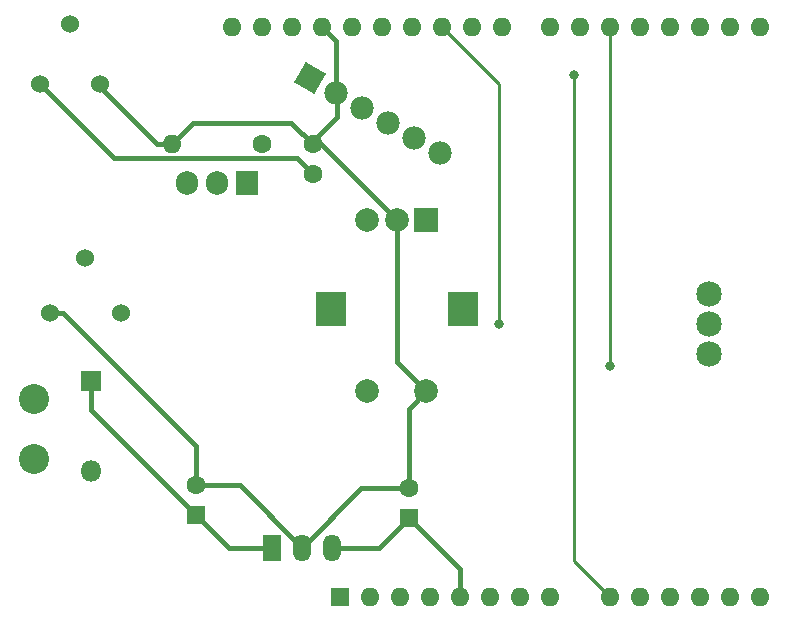
<source format=gbr>
%TF.GenerationSoftware,KiCad,Pcbnew,6.0.1-79c1e3a40b~116~ubuntu20.04.1*%
%TF.CreationDate,2022-01-30T02:47:44-05:00*%
%TF.ProjectId,Protogasm-Board-V2,50726f74-6f67-4617-936d-2d426f617264,rev?*%
%TF.SameCoordinates,PX68290a0PY76b1be0*%
%TF.FileFunction,Copper,L2,Bot*%
%TF.FilePolarity,Positive*%
%FSLAX46Y46*%
G04 Gerber Fmt 4.6, Leading zero omitted, Abs format (unit mm)*
G04 Created by KiCad (PCBNEW 6.0.1-79c1e3a40b~116~ubuntu20.04.1) date 2022-01-30 02:47:44*
%MOMM*%
%LPD*%
G01*
G04 APERTURE LIST*
G04 Aperture macros list*
%AMRotRect*
0 Rectangle, with rotation*
0 The origin of the aperture is its center*
0 $1 length*
0 $2 width*
0 $3 Rotation angle, in degrees counterclockwise*
0 Add horizontal line*
21,1,$1,$2,0,0,$3*%
G04 Aperture macros list end*
%TA.AperFunction,ComponentPad*%
%ADD10C,1.600000*%
%TD*%
%TA.AperFunction,ComponentPad*%
%ADD11O,1.600000X1.600000*%
%TD*%
%TA.AperFunction,ComponentPad*%
%ADD12R,2.000000X2.000000*%
%TD*%
%TA.AperFunction,ComponentPad*%
%ADD13C,2.000000*%
%TD*%
%TA.AperFunction,ComponentPad*%
%ADD14R,2.500000X3.000000*%
%TD*%
%TA.AperFunction,ComponentPad*%
%ADD15R,1.600000X1.600000*%
%TD*%
%TA.AperFunction,ComponentPad*%
%ADD16R,1.500000X2.300000*%
%TD*%
%TA.AperFunction,ComponentPad*%
%ADD17O,1.500000X2.300000*%
%TD*%
%TA.AperFunction,ComponentPad*%
%ADD18R,1.905000X2.000000*%
%TD*%
%TA.AperFunction,ComponentPad*%
%ADD19O,1.905000X2.000000*%
%TD*%
%TA.AperFunction,ComponentPad*%
%ADD20C,2.159000*%
%TD*%
%TA.AperFunction,ComponentPad*%
%ADD21R,1.800000X1.800000*%
%TD*%
%TA.AperFunction,ComponentPad*%
%ADD22O,1.800000X1.800000*%
%TD*%
%TA.AperFunction,ComponentPad*%
%ADD23C,1.524000*%
%TD*%
%TA.AperFunction,ComponentPad*%
%ADD24RotRect,1.981200X1.981200X240.000000*%
%TD*%
%TA.AperFunction,ComponentPad*%
%ADD25C,1.981200*%
%TD*%
%TA.AperFunction,ComponentPad*%
%ADD26C,2.540000*%
%TD*%
%TA.AperFunction,ViaPad*%
%ADD27C,0.800000*%
%TD*%
%TA.AperFunction,Conductor*%
%ADD28C,0.381000*%
%TD*%
%TA.AperFunction,Conductor*%
%ADD29C,0.250000*%
%TD*%
G04 APERTURE END LIST*
D10*
%TO.P,R1,1*%
%TO.N,/D9*%
X21336000Y40894000D03*
D11*
%TO.P,R1,2*%
%TO.N,GND*%
X13716000Y40894000D03*
%TD*%
D12*
%TO.P,SW1,A,A*%
%TO.N,/D2*%
X35266000Y34428000D03*
D13*
%TO.P,SW1,B,B*%
%TO.N,/D3*%
X30266000Y34428000D03*
%TO.P,SW1,C,C*%
%TO.N,GND*%
X32766000Y34428000D03*
D14*
%TO.P,SW1,MP*%
%TO.N,N/C*%
X38366000Y26928000D03*
X27166000Y26928000D03*
D13*
%TO.P,SW1,S1,S1*%
%TO.N,GND*%
X35266000Y19928000D03*
%TO.P,SW1,S2,S2*%
%TO.N,/D5*%
X30266000Y19928000D03*
%TD*%
D10*
%TO.P,C1,1*%
%TO.N,+5V*%
X25654000Y38354000D03*
%TO.P,C1,2*%
%TO.N,GND*%
X25654000Y40854000D03*
%TD*%
D15*
%TO.P,C3,1*%
%TO.N,+5V*%
X33782000Y9208887D03*
D10*
%TO.P,C3,2*%
%TO.N,GND*%
X33782000Y11708887D03*
%TD*%
D16*
%TO.P,U3,1,IN*%
%TO.N,+12V*%
X22191000Y6682500D03*
D17*
%TO.P,U3,2,GND*%
%TO.N,GND*%
X24731000Y6682500D03*
%TO.P,U3,3,OUT*%
%TO.N,+5V*%
X27271000Y6682500D03*
%TD*%
D18*
%TO.P,Q1,1,G*%
%TO.N,/D9*%
X20066000Y37592000D03*
D19*
%TO.P,Q1,2,D*%
%TO.N,/MOTOR-*%
X17526000Y37592000D03*
%TO.P,Q1,3,S*%
%TO.N,GND*%
X14986000Y37592000D03*
%TD*%
D15*
%TO.P,C2,1*%
%TO.N,+12V*%
X15748000Y9462887D03*
D10*
%TO.P,C2,2*%
%TO.N,GND*%
X15748000Y11962887D03*
%TD*%
D20*
%TO.P,J1,1,+5V*%
%TO.N,+5V*%
X59182000Y28194000D03*
%TO.P,J1,2,Data_Input*%
%TO.N,/D10*%
X59182000Y25654000D03*
%TO.P,J1,3,GND*%
%TO.N,GND*%
X59182000Y23114000D03*
%TD*%
D21*
%TO.P,D1,1,K*%
%TO.N,+12V*%
X6858000Y20828000D03*
D22*
%TO.P,D1,2,A*%
%TO.N,/MOTOR-*%
X6858000Y13208000D03*
%TD*%
D23*
%TO.P,R2,1,1*%
%TO.N,+5V*%
X2540000Y45974000D03*
%TO.P,R2,2,2*%
%TO.N,/AREF*%
X5080000Y51054000D03*
%TO.P,R2,3,3*%
%TO.N,GND*%
X7620000Y45974000D03*
%TD*%
%TO.P,J2,1*%
%TO.N,+12V*%
X9398000Y26543000D03*
%TO.P,J2,2*%
%TO.N,GND*%
X3398000Y26543000D03*
%TO.P,J2,3*%
%TO.N,N/C*%
X6398000Y31243000D03*
%TD*%
D15*
%TO.P,U1,1,NC*%
%TO.N,unconnected-(U1-Pad1)*%
X27940000Y2540000D03*
D11*
%TO.P,U1,2,IOREF*%
%TO.N,unconnected-(U1-Pad2)*%
X30480000Y2540000D03*
%TO.P,U1,3,~{RESET}*%
%TO.N,unconnected-(U1-Pad3)*%
X33020000Y2540000D03*
%TO.P,U1,4,3V3*%
%TO.N,unconnected-(U1-Pad4)*%
X35560000Y2540000D03*
%TO.P,U1,5,+5V*%
%TO.N,+5V*%
X38100000Y2540000D03*
%TO.P,U1,6,GND*%
%TO.N,unconnected-(U1-Pad6)*%
X40640000Y2540000D03*
%TO.P,U1,7,GND*%
%TO.N,unconnected-(U1-Pad7)*%
X43180000Y2540000D03*
%TO.P,U1,8,VIN*%
%TO.N,unconnected-(U1-Pad8)*%
X45720000Y2540000D03*
%TO.P,U1,9,A0*%
%TO.N,/A0*%
X50800000Y2540000D03*
%TO.P,U1,10,A1*%
%TO.N,unconnected-(U1-Pad10)*%
X53340000Y2540000D03*
%TO.P,U1,11,A2*%
%TO.N,unconnected-(U1-Pad11)*%
X55880000Y2540000D03*
%TO.P,U1,12,A3*%
%TO.N,unconnected-(U1-Pad12)*%
X58420000Y2540000D03*
%TO.P,U1,13,SDA/A4*%
%TO.N,unconnected-(U1-Pad13)*%
X60960000Y2540000D03*
%TO.P,U1,14,SCL/A5*%
%TO.N,unconnected-(U1-Pad14)*%
X63500000Y2540000D03*
%TO.P,U1,15,D0/RX*%
%TO.N,unconnected-(U1-Pad15)*%
X63500000Y50800000D03*
%TO.P,U1,16,D1/TX*%
%TO.N,unconnected-(U1-Pad16)*%
X60960000Y50800000D03*
%TO.P,U1,17,D2*%
%TO.N,/D2*%
X58420000Y50800000D03*
%TO.P,U1,18,D3*%
%TO.N,/D3*%
X55880000Y50800000D03*
%TO.P,U1,19,D4*%
%TO.N,unconnected-(U1-Pad19)*%
X53340000Y50800000D03*
%TO.P,U1,20,D5*%
%TO.N,/D5*%
X50800000Y50800000D03*
%TO.P,U1,21,D6*%
%TO.N,unconnected-(U1-Pad21)*%
X48260000Y50800000D03*
%TO.P,U1,22,D7*%
%TO.N,unconnected-(U1-Pad22)*%
X45720000Y50800000D03*
%TO.P,U1,23,D8*%
%TO.N,unconnected-(U1-Pad23)*%
X41660000Y50800000D03*
%TO.P,U1,24,D9*%
%TO.N,/D9*%
X39120000Y50800000D03*
%TO.P,U1,25,D10*%
%TO.N,/D10*%
X36580000Y50800000D03*
%TO.P,U1,26,D11*%
%TO.N,unconnected-(U1-Pad26)*%
X34040000Y50800000D03*
%TO.P,U1,27,D12*%
%TO.N,unconnected-(U1-Pad27)*%
X31500000Y50800000D03*
%TO.P,U1,28,D13*%
%TO.N,unconnected-(U1-Pad28)*%
X28960000Y50800000D03*
%TO.P,U1,29,GND*%
%TO.N,GND*%
X26420000Y50800000D03*
%TO.P,U1,30,AREF*%
%TO.N,/AREF*%
X23880000Y50800000D03*
%TO.P,U1,31,SDA/A4*%
%TO.N,unconnected-(U1-Pad31)*%
X21340000Y50800000D03*
%TO.P,U1,32,SCL/A5*%
%TO.N,unconnected-(U1-Pad32)*%
X18800000Y50800000D03*
%TD*%
D24*
%TO.P,U2,1,Vout*%
%TO.N,/A0*%
X25400000Y46482000D03*
D25*
%TO.P,U2,2,GND*%
%TO.N,GND*%
X27599705Y45212000D03*
%TO.P,U2,3,VCC*%
%TO.N,+5V*%
X29799409Y43942000D03*
%TO.P,U2,4,V1*%
%TO.N,unconnected-(U2-Pad4)*%
X31999114Y42672000D03*
%TO.P,U2,5,V2*%
%TO.N,unconnected-(U2-Pad5)*%
X34198818Y41402000D03*
%TO.P,U2,6,V_Ex*%
%TO.N,unconnected-(U2-Pad6)*%
X36398523Y40132000D03*
%TD*%
D26*
%TO.P,M1,1,+*%
%TO.N,+12V*%
X2032000Y19304000D03*
%TO.P,M1,2,-*%
%TO.N,/MOTOR-*%
X2032000Y14224000D03*
%TD*%
D27*
%TO.N,/D10*%
X41402000Y25654000D03*
%TO.N,/D5*%
X50800000Y22098000D03*
%TO.N,/A0*%
X47752000Y46736000D03*
%TD*%
D28*
%TO.N,+5V*%
X38100000Y4890887D02*
X33782000Y9208887D01*
X27271000Y6682500D02*
X31255613Y6682500D01*
X38100000Y2540000D02*
X38100000Y4890887D01*
X8864011Y39649989D02*
X24358011Y39649989D01*
X31255613Y6682500D02*
X33782000Y9208887D01*
X24358011Y39649989D02*
X25654000Y38354000D01*
X2540000Y45974000D02*
X8864011Y39649989D01*
%TO.N,GND*%
X24731000Y6682500D02*
X29757387Y11708887D01*
X27686000Y45125705D02*
X27599705Y45212000D01*
X7620000Y45720000D02*
X7620000Y45974000D01*
X29757387Y11708887D02*
X33782000Y11708887D01*
X4475630Y26543000D02*
X15748000Y15270630D01*
X15494000Y42672000D02*
X13716000Y40894000D01*
X27686000Y43180000D02*
X27686000Y45125705D01*
X27599705Y49620295D02*
X26420000Y50800000D01*
X23836000Y42672000D02*
X15494000Y42672000D01*
X32766000Y22428000D02*
X32766000Y34428000D01*
X25654000Y40854000D02*
X26340000Y40854000D01*
X15748000Y15270630D02*
X15748000Y11962887D01*
X25654000Y41148000D02*
X27686000Y43180000D01*
X25654000Y40854000D02*
X25654000Y41148000D01*
X19450613Y11962887D02*
X24731000Y6682500D01*
X26340000Y40854000D02*
X32766000Y34428000D01*
X35266000Y19928000D02*
X32766000Y22428000D01*
X33782000Y11708887D02*
X33782000Y18444000D01*
X33782000Y18444000D02*
X35266000Y19928000D01*
X12446000Y40894000D02*
X7620000Y45720000D01*
X27599705Y45212000D02*
X27599705Y49620295D01*
X13716000Y40894000D02*
X12446000Y40894000D01*
X15748000Y11962887D02*
X19450613Y11962887D01*
X25654000Y40854000D02*
X23836000Y42672000D01*
X3398000Y26543000D02*
X4475630Y26543000D01*
%TO.N,+12V*%
X6858000Y18352887D02*
X6858000Y20828000D01*
X15748000Y9462887D02*
X6858000Y18352887D01*
X18528387Y6682500D02*
X15748000Y9462887D01*
X22191000Y6682500D02*
X18528387Y6682500D01*
D29*
%TO.N,/D10*%
X41402000Y45978000D02*
X36580000Y50800000D01*
X41402000Y25654000D02*
X41402000Y45978000D01*
%TO.N,/D5*%
X50800000Y50800000D02*
X50800000Y22098000D01*
%TO.N,/A0*%
X47752000Y5588000D02*
X47752000Y46736000D01*
X50800000Y2540000D02*
X47752000Y5588000D01*
%TD*%
M02*

</source>
